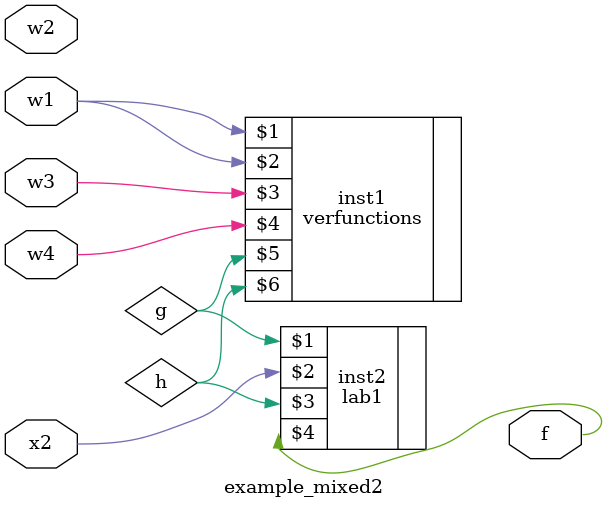
<source format=v>
module example_mixed2 (w1, w2, w3, w4, x2, f);
	input w1, w2, w3, w4, x2;
	output f;
	
	verfunctions inst1 (w1, w1, w3, w4, g, h);
	lab1 inst2 (g, x2, h, f);
	
endmodule
</source>
